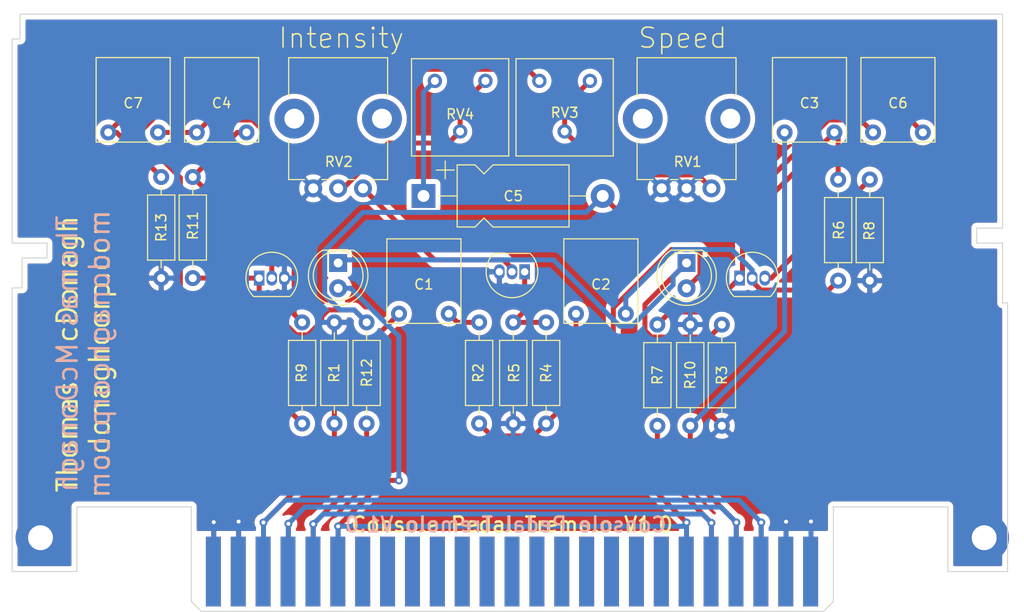
<source format=kicad_pcb>
(kicad_pcb (version 20171130) (host pcbnew "(5.1.7)-1")
  (layers (0 F.Cu signal) (31 B.Cu signal) (34 B.Paste user) (35 F.Paste user) (36 B.SilkS user) (37 F.SilkS user) (38 B.Mask user hide) (39 F.Mask user hide) (44 Edge.Cuts user))
  (net 0 "")
  (net 1 GND)
  (net 2 "Net-(C1-Pad1)")
  (net 3 "Net-(C2-Pad2)")
  (net 4 "Net-(C2-Pad1)")
  (net 5 /LEDPower)
  (net 6 /Input)
  (net 7 /Output)
  (net 8 +9V)
  (net 9 "Net-(D1-Pad1)")
  (net 10 "Net-(C3-Pad1)")
  (net 11 "Net-(Q1-Pad3)")
  (net 12 "Net-(Q2-Pad1)")
  (net 13 "Net-(C4-Pad1)")
  (net 14 "Net-(C4-Pad2)")
  (net 15 "Net-(C5-Pad1)")
  (net 16 "Net-(C5-Pad2)")
  (net 17 "Net-(C6-Pad1)")
  (net 18 "Net-(Q2-Pad2)")
  (net 19 "Net-(R9-Pad2)")
  (net 20 "Net-(RV1-Pad1)")
  (net 21 "Net-(RV2-Pad2)")
  (module LED_THT:LED_D5.0mm (layer F.Cu) (at 115.25 95 270)
    (fp_text reference D1 hide)
    (fp_text value LED)
    (fp_circle (center 1.27 0) (end 3.77 0) (layer F.SilkS) (width 0.12))
    (fp_line (start -1.29 -1.545) (end -1.29 1.545) (layer F.SilkS) (width 0.12))
    (fp_arc (start 1.27 0) (end -1.29 -1.54483) (angle 148.9) (layer F.SilkS) (width 0.12))
    (fp_arc (start 1.27 0) (end -1.29 1.54483) (angle -148.9) (layer F.SilkS) (width 0.12))
    (pad 1 thru_hole rect (at 0 0 270) (size 1.8 1.8) (drill 0.9) (layers *.Cu *.Mask) (net 9 "Net-(D1-Pad1)"))
    (pad 2 thru_hole circle (at 2.54 0 270) (size 1.8 1.8) (drill 0.9) (layers *.Cu *.Mask) (net 5 /LEDPower))
  )
  (module LED_THT:LED_D5.0mm (layer F.Cu) (at 150.25 95 270)
    (fp_text reference D2 hide)
    (fp_text value LED)
    (fp_line (start -1.29 -1.545) (end -1.29 1.545) (layer F.SilkS) (width 0.12))
    (fp_circle (center 1.27 0) (end 3.77 0) (layer F.SilkS) (width 0.12))
    (fp_arc (start 1.27 0) (end -1.29 1.54483) (angle -148.9) (layer F.SilkS) (width 0.12))
    (fp_arc (start 1.27 0) (end -1.29 -1.54483) (angle 148.9) (layer F.SilkS) (width 0.12))
    (pad 2 thru_hole circle (at 2.54 0 270) (size 1.8 1.8) (drill 0.9) (layers *.Cu *.Mask) (net 5 /LEDPower))
    (pad 1 thru_hole rect (at 0 0 270) (size 1.8 1.8) (drill 0.9) (layers *.Cu *.Mask) (net 9 "Net-(D1-Pad1)"))
  )
  (module libraries:N64-Connector (layer F.Cu) (at 132.715 126)
    (fp_text reference J1 hide)
    (fp_text value Conn_02x25_Counter_Clockwise)
    (pad 1 connect rect (at -30 0) (size 1.5 7) (layers F.Cu F.Mask) (net 1 GND))
    (pad 2 connect rect (at -27.5 0) (size 1.5 7) (layers F.Cu F.Mask) (net 1 GND))
    (pad 3 connect rect (at -25 0) (size 1.5 7) (layers F.Cu F.Mask) (net 6 /Input))
    (pad 4 connect rect (at -22.5 0) (size 1.5 7) (layers F.Cu F.Mask) (net 7 /Output))
    (pad 5 connect rect (at -20 0) (size 1.5 7) (layers F.Cu F.Mask) (net 8 +9V))
    (pad 6 connect rect (at -17.5 0) (size 1.5 7) (layers F.Cu F.Mask) (net 5 /LEDPower))
    (pad 7 connect rect (at -15 0) (size 1.5 7) (layers F.Cu F.Mask))
    (pad 8 connect rect (at -12.5 0) (size 1.5 7) (layers F.Cu F.Mask))
    (pad 9 connect rect (at -10 0) (size 1.5 7) (layers F.Cu F.Mask))
    (pad 10 connect rect (at -7.5 0) (size 1.5 7) (layers F.Cu F.Mask))
    (pad 11 connect rect (at -5 0) (size 1.5 7) (layers F.Cu F.Mask))
    (pad 12 connect rect (at -2.5 0) (size 1.5 7) (layers F.Cu F.Mask))
    (pad 13 connect rect (at 0 0) (size 1.5 7) (layers F.Cu F.Mask))
    (pad 14 connect rect (at 2.5 0) (size 1.5 7) (layers F.Cu F.Mask))
    (pad 15 connect rect (at 5 0) (size 1.5 7) (layers F.Cu F.Mask))
    (pad 16 connect rect (at 7.5 0) (size 1.5 7) (layers F.Cu F.Mask))
    (pad 17 connect rect (at 10 0) (size 1.5 7) (layers F.Cu F.Mask))
    (pad 18 connect rect (at 12.5 0) (size 1.5 7) (layers F.Cu F.Mask))
    (pad 19 connect rect (at 15 0) (size 1.5 7) (layers F.Cu F.Mask))
    (pad 20 connect rect (at 17.5 0) (size 1.5 7) (layers F.Cu F.Mask) (net 5 /LEDPower))
    (pad 21 connect rect (at 20 0) (size 1.5 7) (layers F.Cu F.Mask) (net 8 +9V))
    (pad 22 connect rect (at 22.5 0) (size 1.5 7) (layers F.Cu F.Mask) (net 7 /Output))
    (pad 23 connect rect (at 25 0) (size 1.5 7) (layers F.Cu F.Mask) (net 6 /Input))
    (pad 24 connect rect (at 27.5 0) (size 1.5 7) (layers F.Cu F.Mask) (net 1 GND))
    (pad 25 connect rect (at 30 0) (size 1.5 7) (layers F.Cu F.Mask) (net 1 GND))
    (pad 26 connect rect (at -30 0) (size 1.5 7) (layers B.Cu B.Mask) (net 1 GND))
    (pad 27 connect rect (at -27.5 0) (size 1.5 7) (layers B.Cu B.Mask) (net 1 GND))
    (pad 28 connect rect (at -25 0) (size 1.5 7) (layers B.Cu B.Mask) (net 6 /Input))
    (pad 29 connect rect (at -22.5 0) (size 1.5 7) (layers B.Cu B.Mask) (net 7 /Output))
    (pad 30 connect rect (at -20 0) (size 1.5 7) (layers B.Cu B.Mask) (net 8 +9V))
    (pad 31 connect rect (at -17.5 0) (size 1.5 7) (layers B.Cu B.Mask) (net 5 /LEDPower))
    (pad 32 connect rect (at -15 0) (size 1.5 7) (layers B.Cu B.Mask))
    (pad 33 connect rect (at -12.5 0) (size 1.5 7) (layers B.Cu B.Mask))
    (pad 34 connect rect (at -10 0) (size 1.5 7) (layers B.Cu B.Mask))
    (pad 35 connect rect (at -7.5 0) (size 1.5 7) (layers B.Cu B.Mask))
    (pad 36 connect rect (at -5 0) (size 1.5 7) (layers B.Cu B.Mask))
    (pad 37 connect rect (at -2.5 0) (size 1.5 7) (layers B.Cu B.Mask))
    (pad 38 connect rect (at 0 0) (size 1.5 7) (layers B.Cu B.Mask))
    (pad 39 connect rect (at 2.5 0) (size 1.5 7) (layers B.Cu B.Mask))
    (pad 40 connect rect (at 5 0) (size 1.5 7) (layers B.Cu B.Mask))
    (pad 41 connect rect (at 7.5 0) (size 1.5 7) (layers B.Cu B.Mask))
    (pad 42 connect rect (at 10 0) (size 1.5 7) (layers B.Cu B.Mask))
    (pad 43 connect rect (at 12.5 0) (size 1.5 7) (layers B.Cu B.Mask))
    (pad 44 connect rect (at 15 0) (size 1.5 7) (layers B.Cu B.Mask))
    (pad 45 connect rect (at 17.5 0) (size 1.5 7) (layers B.Cu B.Mask) (net 5 /LEDPower))
    (pad 46 connect rect (at 20 0) (size 1.5 7) (layers B.Cu B.Mask) (net 8 +9V))
    (pad 47 connect rect (at 22.5 0) (size 1.5 7) (layers B.Cu B.Mask) (net 7 /Output))
    (pad 48 connect rect (at 25 0) (size 1.5 7) (layers B.Cu B.Mask) (net 6 /Input))
    (pad 49 connect rect (at 27.5 0) (size 1.5 7) (layers B.Cu B.Mask) (net 1 GND))
    (pad 50 connect rect (at 30 0) (size 1.5 7) (layers B.Cu B.Mask) (net 1 GND))
  )
  (module MountingHole:MountingHole_2.5mm_Pad (layer F.Cu) (at 85.35 122.6)
    (fp_text reference H1 hide)
    (fp_text value MountingHole_Pad)
    (pad 1 thru_hole circle (at 0 0) (size 5 5) (drill 2.5) (layers *.Cu *.Mask) (net 1 GND))
  )
  (module MountingHole:MountingHole_2.5mm_Pad (layer F.Cu) (at 180.15 122.6)
    (fp_text reference H2 hide)
    (fp_text value MountingHole_Pad)
    (pad 1 thru_hole circle (at 0 0) (size 5 5) (drill 2.5) (layers *.Cu *.Mask) (net 1 GND))
  )
  (module Resistor_THT:R_Axial_DIN0207_L6.3mm_D2.5mm_P10.16mm_Horizontal (layer F.Cu) (at 153.797 111.3536 90)
    (fp_text reference R3 (at 5.08 0 90) (layer F.SilkS))
    (fp_text value 100K)
    (fp_line (start 1.81 -1.37) (end 1.81 1.37) (layer F.SilkS) (width 0.12))
    (fp_line (start 1.81 1.37) (end 8.35 1.37) (layer F.SilkS) (width 0.12))
    (fp_line (start 8.35 1.37) (end 8.35 -1.37) (layer F.SilkS) (width 0.12))
    (fp_line (start 8.35 -1.37) (end 1.81 -1.37) (layer F.SilkS) (width 0.12))
    (fp_line (start 1.04 0) (end 1.81 0) (layer F.SilkS) (width 0.12))
    (fp_line (start 9.12 0) (end 8.35 0) (layer F.SilkS) (width 0.12))
    (pad 1 thru_hole circle (at 0 0 90) (size 1.6 1.6) (drill 0.8) (layers *.Cu *.Mask) (net 1 GND))
    (pad 2 thru_hole oval (at 10.16 0 90) (size 1.6 1.6) (drill 0.8) (layers *.Cu *.Mask) (net 9 "Net-(D1-Pad1)"))
  )
  (module Capacitor_THT:CP_Axial_L11.0mm_D6.0mm_P18.00mm_Horizontal (layer F.Cu) (at 123.825 88.265)
    (fp_text reference C5 (at 9.019399 0.021399) (layer F.SilkS))
    (fp_text value 10uF)
    (fp_line (start 1.28 -2.6) (end 3.08 -2.6) (layer F.SilkS) (width 0.12))
    (fp_line (start 2.18 -3.5) (end 2.18 -1.7) (layer F.SilkS) (width 0.12))
    (fp_line (start 3.38 -3.12) (end 3.38 3.12) (layer F.SilkS) (width 0.12))
    (fp_line (start 14.62 -3.12) (end 14.62 3.12) (layer F.SilkS) (width 0.12))
    (fp_line (start 3.38 -3.12) (end 5.18 -3.12) (layer F.SilkS) (width 0.12))
    (fp_line (start 5.18 -3.12) (end 6.08 -2.22) (layer F.SilkS) (width 0.12))
    (fp_line (start 6.08 -2.22) (end 6.98 -3.12) (layer F.SilkS) (width 0.12))
    (fp_line (start 6.98 -3.12) (end 14.62 -3.12) (layer F.SilkS) (width 0.12))
    (fp_line (start 3.38 3.12) (end 5.18 3.12) (layer F.SilkS) (width 0.12))
    (fp_line (start 5.18 3.12) (end 6.08 2.22) (layer F.SilkS) (width 0.12))
    (fp_line (start 6.08 2.22) (end 6.98 3.12) (layer F.SilkS) (width 0.12))
    (fp_line (start 6.98 3.12) (end 14.62 3.12) (layer F.SilkS) (width 0.12))
    (fp_line (start 1.44 0) (end 3.38 0) (layer F.SilkS) (width 0.12))
    (fp_line (start 16.56 0) (end 14.62 0) (layer F.SilkS) (width 0.12))
    (pad 1 thru_hole rect (at 0 0) (size 2.4 2.4) (drill 1.2) (layers *.Cu *.Mask) (net 15 "Net-(C5-Pad1)"))
    (pad 2 thru_hole oval (at 18 0) (size 2.4 2.4) (drill 1.2) (layers *.Cu *.Mask) (net 16 "Net-(C5-Pad2)"))
  )
  (module Package_TO_SOT_THT:TO-92_Inline (layer F.Cu) (at 155.575 96.52)
    (fp_text reference Q1 hide)
    (fp_text value BC550)
    (fp_line (start -0.53 1.85) (end 3.07 1.85) (layer F.SilkS) (width 0.12))
    (fp_arc (start 1.27 0) (end 1.27 -2.6) (angle -135) (layer F.SilkS) (width 0.12))
    (fp_arc (start 1.27 0) (end 1.27 -2.6) (angle 135) (layer F.SilkS) (width 0.12))
    (pad 2 thru_hole oval (at 1.27 0) (size 1.05 1.5) (drill 0.75) (layers *.Cu *.Mask) (net 4 "Net-(C2-Pad1)"))
    (pad 3 thru_hole oval (at 2.54 0) (size 1.05 1.5) (drill 0.75) (layers *.Cu *.Mask) (net 11 "Net-(Q1-Pad3)"))
    (pad 1 thru_hole rect (at 0 0) (size 1.05 1.5) (drill 0.75) (layers *.Cu *.Mask) (net 10 "Net-(C3-Pad1)"))
  )
  (module Package_TO_SOT_THT:TO-92_Inline (layer F.Cu) (at 133.985 95.885 180)
    (fp_text reference Q2 hide)
    (fp_text value BC550)
    (fp_line (start -0.53 1.85) (end 3.07 1.85) (layer F.SilkS) (width 0.12))
    (fp_arc (start 1.27 0) (end 1.27 -2.6) (angle -135) (layer F.SilkS) (width 0.12))
    (fp_arc (start 1.27 0) (end 1.27 -2.6) (angle 135) (layer F.SilkS) (width 0.12))
    (pad 2 thru_hole oval (at 1.27 0 180) (size 1.05 1.5) (drill 0.75) (layers *.Cu *.Mask) (net 18 "Net-(Q2-Pad2)"))
    (pad 3 thru_hole oval (at 2.54 0 180) (size 1.05 1.5) (drill 0.75) (layers *.Cu *.Mask) (net 1 GND))
    (pad 1 thru_hole rect (at 0 0 180) (size 1.05 1.5) (drill 0.75) (layers *.Cu *.Mask) (net 12 "Net-(Q2-Pad1)"))
  )
  (module Package_TO_SOT_THT:TO-92_Inline (layer F.Cu) (at 107.315 96.52)
    (fp_text reference Q3 hide)
    (fp_text value BC550)
    (fp_line (start -0.53 1.85) (end 3.07 1.85) (layer F.SilkS) (width 0.12))
    (fp_arc (start 1.27 0) (end 1.27 -2.6) (angle 135) (layer F.SilkS) (width 0.12))
    (fp_arc (start 1.27 0) (end 1.27 -2.6) (angle -135) (layer F.SilkS) (width 0.12))
    (pad 1 thru_hole rect (at 0 0) (size 1.05 1.5) (drill 0.75) (layers *.Cu *.Mask) (net 16 "Net-(C5-Pad2)"))
    (pad 3 thru_hole oval (at 2.54 0) (size 1.05 1.5) (drill 0.75) (layers *.Cu *.Mask) (net 1 GND))
    (pad 2 thru_hole oval (at 1.27 0) (size 1.05 1.5) (drill 0.75) (layers *.Cu *.Mask) (net 13 "Net-(C4-Pad1)"))
  )
  (module Resistor_THT:R_Axial_DIN0207_L6.3mm_D2.5mm_P10.16mm_Horizontal (layer F.Cu) (at 114.8715 111.125 90)
    (fp_text reference R1 (at 5.08 -0.021801 90) (layer F.SilkS))
    (fp_text value 1M)
    (fp_line (start 9.12 0) (end 8.35 0) (layer F.SilkS) (width 0.12))
    (fp_line (start 1.04 0) (end 1.81 0) (layer F.SilkS) (width 0.12))
    (fp_line (start 8.35 -1.37) (end 1.81 -1.37) (layer F.SilkS) (width 0.12))
    (fp_line (start 8.35 1.37) (end 8.35 -1.37) (layer F.SilkS) (width 0.12))
    (fp_line (start 1.81 1.37) (end 8.35 1.37) (layer F.SilkS) (width 0.12))
    (fp_line (start 1.81 -1.37) (end 1.81 1.37) (layer F.SilkS) (width 0.12))
    (pad 2 thru_hole oval (at 10.16 0 90) (size 1.6 1.6) (drill 0.8) (layers *.Cu *.Mask) (net 1 GND))
    (pad 1 thru_hole circle (at 0 0 90) (size 1.6 1.6) (drill 0.8) (layers *.Cu *.Mask) (net 6 /Input))
  )
  (module Resistor_THT:R_Axial_DIN0207_L6.3mm_D2.5mm_P10.16mm_Horizontal (layer F.Cu) (at 129.413 111.125 90)
    (fp_text reference R2 (at 5.08 -0.084001 90) (layer F.SilkS))
    (fp_text value 100K)
    (fp_line (start 9.12 0) (end 8.35 0) (layer F.SilkS) (width 0.12))
    (fp_line (start 1.04 0) (end 1.81 0) (layer F.SilkS) (width 0.12))
    (fp_line (start 8.35 -1.37) (end 1.81 -1.37) (layer F.SilkS) (width 0.12))
    (fp_line (start 8.35 1.37) (end 8.35 -1.37) (layer F.SilkS) (width 0.12))
    (fp_line (start 1.81 1.37) (end 8.35 1.37) (layer F.SilkS) (width 0.12))
    (fp_line (start 1.81 -1.37) (end 1.81 1.37) (layer F.SilkS) (width 0.12))
    (pad 2 thru_hole oval (at 10.16 0 90) (size 1.6 1.6) (drill 0.8) (layers *.Cu *.Mask) (net 2 "Net-(C1-Pad1)"))
    (pad 1 thru_hole circle (at 0 0 90) (size 1.6 1.6) (drill 0.8) (layers *.Cu *.Mask) (net 3 "Net-(C2-Pad2)"))
  )
  (module Resistor_THT:R_Axial_DIN0207_L6.3mm_D2.5mm_P10.16mm_Horizontal (layer F.Cu) (at 136.144 111.125 90)
    (fp_text reference R4 (at 5.071399 0.006199 90) (layer F.SilkS))
    (fp_text value 4.7K)
    (fp_line (start 1.81 -1.37) (end 1.81 1.37) (layer F.SilkS) (width 0.12))
    (fp_line (start 1.81 1.37) (end 8.35 1.37) (layer F.SilkS) (width 0.12))
    (fp_line (start 8.35 1.37) (end 8.35 -1.37) (layer F.SilkS) (width 0.12))
    (fp_line (start 8.35 -1.37) (end 1.81 -1.37) (layer F.SilkS) (width 0.12))
    (fp_line (start 1.04 0) (end 1.81 0) (layer F.SilkS) (width 0.12))
    (fp_line (start 9.12 0) (end 8.35 0) (layer F.SilkS) (width 0.12))
    (pad 1 thru_hole circle (at 0 0 90) (size 1.6 1.6) (drill 0.8) (layers *.Cu *.Mask) (net 3 "Net-(C2-Pad2)"))
    (pad 2 thru_hole oval (at 10.16 0 90) (size 1.6 1.6) (drill 0.8) (layers *.Cu *.Mask) (net 12 "Net-(Q2-Pad1)"))
  )
  (module Resistor_THT:R_Axial_DIN0207_L6.3mm_D2.5mm_P10.16mm_Horizontal (layer F.Cu) (at 132.842 100.965 270)
    (fp_text reference R5 (at 5.08 -0.084001 90) (layer F.SilkS))
    (fp_text value 100K)
    (fp_line (start 9.12 0) (end 8.35 0) (layer F.SilkS) (width 0.12))
    (fp_line (start 1.04 0) (end 1.81 0) (layer F.SilkS) (width 0.12))
    (fp_line (start 8.35 -1.37) (end 1.81 -1.37) (layer F.SilkS) (width 0.12))
    (fp_line (start 8.35 1.37) (end 8.35 -1.37) (layer F.SilkS) (width 0.12))
    (fp_line (start 1.81 1.37) (end 8.35 1.37) (layer F.SilkS) (width 0.12))
    (fp_line (start 1.81 -1.37) (end 1.81 1.37) (layer F.SilkS) (width 0.12))
    (pad 2 thru_hole oval (at 10.16 0 270) (size 1.6 1.6) (drill 0.8) (layers *.Cu *.Mask) (net 1 GND))
    (pad 1 thru_hole circle (at 0 0 270) (size 1.6 1.6) (drill 0.8) (layers *.Cu *.Mask) (net 12 "Net-(Q2-Pad1)"))
  )
  (module Resistor_THT:R_Axial_DIN0207_L6.3mm_D2.5mm_P10.16mm_Horizontal (layer F.Cu) (at 165.481 86.614 270)
    (fp_text reference R6 (at 5.08 -0.070001 90) (layer F.SilkS))
    (fp_text value 330K)
    (fp_line (start 1.81 -1.37) (end 1.81 1.37) (layer F.SilkS) (width 0.12))
    (fp_line (start 1.81 1.37) (end 8.35 1.37) (layer F.SilkS) (width 0.12))
    (fp_line (start 8.35 1.37) (end 8.35 -1.37) (layer F.SilkS) (width 0.12))
    (fp_line (start 8.35 -1.37) (end 1.81 -1.37) (layer F.SilkS) (width 0.12))
    (fp_line (start 1.04 0) (end 1.81 0) (layer F.SilkS) (width 0.12))
    (fp_line (start 9.12 0) (end 8.35 0) (layer F.SilkS) (width 0.12))
    (pad 1 thru_hole circle (at 0 0 270) (size 1.6 1.6) (drill 0.8) (layers *.Cu *.Mask) (net 10 "Net-(C3-Pad1)"))
    (pad 2 thru_hole oval (at 10.16 0 270) (size 1.6 1.6) (drill 0.8) (layers *.Cu *.Mask) (net 4 "Net-(C2-Pad1)"))
  )
  (module Resistor_THT:R_Axial_DIN0207_L6.3mm_D2.5mm_P10.16mm_Horizontal (layer F.Cu) (at 147.32 111.350001 90)
    (fp_text reference R7 (at 5.08 0.003599 90) (layer F.SilkS))
    (fp_text value 15K)
    (fp_line (start 9.12 0) (end 8.35 0) (layer F.SilkS) (width 0.12))
    (fp_line (start 1.04 0) (end 1.81 0) (layer F.SilkS) (width 0.12))
    (fp_line (start 8.35 -1.37) (end 1.81 -1.37) (layer F.SilkS) (width 0.12))
    (fp_line (start 8.35 1.37) (end 8.35 -1.37) (layer F.SilkS) (width 0.12))
    (fp_line (start 1.81 1.37) (end 8.35 1.37) (layer F.SilkS) (width 0.12))
    (fp_line (start 1.81 -1.37) (end 1.81 1.37) (layer F.SilkS) (width 0.12))
    (pad 2 thru_hole oval (at 10.16 0 90) (size 1.6 1.6) (drill 0.8) (layers *.Cu *.Mask) (net 10 "Net-(C3-Pad1)"))
    (pad 1 thru_hole circle (at 0 0 90) (size 1.6 1.6) (drill 0.8) (layers *.Cu *.Mask) (net 8 +9V))
  )
  (module Resistor_THT:R_Axial_DIN0207_L6.3mm_D2.5mm_P10.16mm_Horizontal (layer F.Cu) (at 168.656 86.614 270)
    (fp_text reference R8 (at 5.155999 0.043999 90) (layer F.SilkS))
    (fp_text value 15K)
    (fp_line (start 1.81 -1.37) (end 1.81 1.37) (layer F.SilkS) (width 0.12))
    (fp_line (start 1.81 1.37) (end 8.35 1.37) (layer F.SilkS) (width 0.12))
    (fp_line (start 8.35 1.37) (end 8.35 -1.37) (layer F.SilkS) (width 0.12))
    (fp_line (start 8.35 -1.37) (end 1.81 -1.37) (layer F.SilkS) (width 0.12))
    (fp_line (start 1.04 0) (end 1.81 0) (layer F.SilkS) (width 0.12))
    (fp_line (start 9.12 0) (end 8.35 0) (layer F.SilkS) (width 0.12))
    (pad 1 thru_hole circle (at 0 0 270) (size 1.6 1.6) (drill 0.8) (layers *.Cu *.Mask) (net 11 "Net-(Q1-Pad3)"))
    (pad 2 thru_hole oval (at 10.16 0 270) (size 1.6 1.6) (drill 0.8) (layers *.Cu *.Mask) (net 1 GND))
  )
  (module Resistor_THT:R_Axial_DIN0207_L6.3mm_D2.5mm_P10.16mm_Horizontal (layer F.Cu) (at 111.633 100.965 270)
    (fp_text reference R9 (at 5.08 0.057999 90) (layer F.SilkS))
    (fp_text value 5.6K)
    (fp_line (start 1.81 -1.37) (end 1.81 1.37) (layer F.SilkS) (width 0.12))
    (fp_line (start 1.81 1.37) (end 8.35 1.37) (layer F.SilkS) (width 0.12))
    (fp_line (start 8.35 1.37) (end 8.35 -1.37) (layer F.SilkS) (width 0.12))
    (fp_line (start 8.35 -1.37) (end 1.81 -1.37) (layer F.SilkS) (width 0.12))
    (fp_line (start 1.04 0) (end 1.81 0) (layer F.SilkS) (width 0.12))
    (fp_line (start 9.12 0) (end 8.35 0) (layer F.SilkS) (width 0.12))
    (pad 1 thru_hole circle (at 0 0 270) (size 1.6 1.6) (drill 0.8) (layers *.Cu *.Mask) (net 14 "Net-(C4-Pad2)"))
    (pad 2 thru_hole oval (at 10.16 0 270) (size 1.6 1.6) (drill 0.8) (layers *.Cu *.Mask) (net 19 "Net-(R9-Pad2)"))
  )
  (module Resistor_THT:R_Axial_DIN0207_L6.3mm_D2.5mm_P10.16mm_Horizontal (layer F.Cu) (at 150.622 111.3409 90)
    (fp_text reference R10 (at 5.094599 -0.007801 90) (layer F.SilkS))
    (fp_text value 1M)
    (fp_line (start 1.81 -1.37) (end 1.81 1.37) (layer F.SilkS) (width 0.12))
    (fp_line (start 1.81 1.37) (end 8.35 1.37) (layer F.SilkS) (width 0.12))
    (fp_line (start 8.35 1.37) (end 8.35 -1.37) (layer F.SilkS) (width 0.12))
    (fp_line (start 8.35 -1.37) (end 1.81 -1.37) (layer F.SilkS) (width 0.12))
    (fp_line (start 1.04 0) (end 1.81 0) (layer F.SilkS) (width 0.12))
    (fp_line (start 9.12 0) (end 8.35 0) (layer F.SilkS) (width 0.12))
    (pad 1 thru_hole circle (at 0 0 90) (size 1.6 1.6) (drill 0.8) (layers *.Cu *.Mask) (net 7 /Output))
    (pad 2 thru_hole oval (at 10.16 0 90) (size 1.6 1.6) (drill 0.8) (layers *.Cu *.Mask) (net 1 GND))
  )
  (module Resistor_THT:R_Axial_DIN0207_L6.3mm_D2.5mm_P10.16mm_Horizontal (layer F.Cu) (at 100.6475 96.52 90)
    (fp_text reference R11 (at 5.274999 0.006199 90) (layer F.SilkS))
    (fp_text value 3M)
    (fp_line (start 9.12 0) (end 8.35 0) (layer F.SilkS) (width 0.12))
    (fp_line (start 1.04 0) (end 1.81 0) (layer F.SilkS) (width 0.12))
    (fp_line (start 8.35 -1.37) (end 1.81 -1.37) (layer F.SilkS) (width 0.12))
    (fp_line (start 8.35 1.37) (end 8.35 -1.37) (layer F.SilkS) (width 0.12))
    (fp_line (start 1.81 1.37) (end 8.35 1.37) (layer F.SilkS) (width 0.12))
    (fp_line (start 1.81 -1.37) (end 1.81 1.37) (layer F.SilkS) (width 0.12))
    (pad 2 thru_hole oval (at 10.16 0 90) (size 1.6 1.6) (drill 0.8) (layers *.Cu *.Mask) (net 13 "Net-(C4-Pad1)"))
    (pad 1 thru_hole circle (at 0 0 90) (size 1.6 1.6) (drill 0.8) (layers *.Cu *.Mask) (net 16 "Net-(C5-Pad2)"))
  )
  (module Resistor_THT:R_Axial_DIN0207_L6.3mm_D2.5mm_P10.16mm_Horizontal (layer F.Cu) (at 118.11 111.125 90)
    (fp_text reference R12 (at 5.095999 0.017599 90) (layer F.SilkS))
    (fp_text value 100K)
    (fp_line (start 9.12 0) (end 8.35 0) (layer F.SilkS) (width 0.12))
    (fp_line (start 1.04 0) (end 1.81 0) (layer F.SilkS) (width 0.12))
    (fp_line (start 8.35 -1.37) (end 1.81 -1.37) (layer F.SilkS) (width 0.12))
    (fp_line (start 8.35 1.37) (end 8.35 -1.37) (layer F.SilkS) (width 0.12))
    (fp_line (start 1.81 1.37) (end 8.35 1.37) (layer F.SilkS) (width 0.12))
    (fp_line (start 1.81 -1.37) (end 1.81 1.37) (layer F.SilkS) (width 0.12))
    (pad 2 thru_hole oval (at 10.16 0 90) (size 1.6 1.6) (drill 0.8) (layers *.Cu *.Mask) (net 16 "Net-(C5-Pad2)"))
    (pad 1 thru_hole circle (at 0 0 90) (size 1.6 1.6) (drill 0.8) (layers *.Cu *.Mask) (net 8 +9V))
  )
  (module Resistor_THT:R_Axial_DIN0207_L6.3mm_D2.5mm_P10.16mm_Horizontal (layer F.Cu) (at 97.4725 86.36 270)
    (fp_text reference R13 (at 5.08 -0.005201 90) (layer F.SilkS))
    (fp_text value 100K)
    (fp_line (start 1.81 -1.37) (end 1.81 1.37) (layer F.SilkS) (width 0.12))
    (fp_line (start 1.81 1.37) (end 8.35 1.37) (layer F.SilkS) (width 0.12))
    (fp_line (start 8.35 1.37) (end 8.35 -1.37) (layer F.SilkS) (width 0.12))
    (fp_line (start 8.35 -1.37) (end 1.81 -1.37) (layer F.SilkS) (width 0.12))
    (fp_line (start 1.04 0) (end 1.81 0) (layer F.SilkS) (width 0.12))
    (fp_line (start 9.12 0) (end 8.35 0) (layer F.SilkS) (width 0.12))
    (pad 1 thru_hole circle (at 0 0 270) (size 1.6 1.6) (drill 0.8) (layers *.Cu *.Mask) (net 17 "Net-(C6-Pad1)"))
    (pad 2 thru_hole oval (at 10.16 0 270) (size 1.6 1.6) (drill 0.8) (layers *.Cu *.Mask) (net 1 GND))
  )
  (module Potentiometer_THT:Potentiometer_Bourns_PTV09A-1_Single_Vertical (layer F.Cu) (at 152.75 87.5 90)
    (fp_text reference RV1 (at 2.664 -2.382 180) (layer F.SilkS))
    (fp_text value 250K)
    (fp_line (start 0.88 -7.47) (end 4.745 -7.47) (layer F.SilkS) (width 0.12))
    (fp_line (start 9.255 -7.47) (end 13.12 -7.47) (layer F.SilkS) (width 0.12))
    (fp_line (start 0.88 2.47) (end 4.745 2.47) (layer F.SilkS) (width 0.12))
    (fp_line (start 9.255 2.47) (end 13.12 2.47) (layer F.SilkS) (width 0.12))
    (fp_line (start 0.88 -7.47) (end 0.88 -5.871) (layer F.SilkS) (width 0.12))
    (fp_line (start 0.88 -4.129) (end 0.88 -3.37) (layer F.SilkS) (width 0.12))
    (fp_line (start 0.88 -1.629) (end 0.88 -0.87) (layer F.SilkS) (width 0.12))
    (fp_line (start 0.88 0.87) (end 0.88 2.47) (layer F.SilkS) (width 0.12))
    (fp_line (start 13.12 -7.47) (end 13.12 2.47) (layer F.SilkS) (width 0.12))
    (pad 3 thru_hole circle (at 0 -5 90) (size 1.8 1.8) (drill 1) (layers *.Cu *.Mask) (net 1 GND))
    (pad 2 thru_hole circle (at 0 -2.5 90) (size 1.8 1.8) (drill 1) (layers *.Cu *.Mask) (net 1 GND))
    (pad 1 thru_hole circle (at 0 0 90) (size 1.8 1.8) (drill 1) (layers *.Cu *.Mask) (net 20 "Net-(RV1-Pad1)"))
    (pad "" np_thru_hole circle (at 7 -6.9 90) (size 4 4) (drill 2) (layers *.Cu *.Mask))
    (pad "" np_thru_hole circle (at 7 1.9 90) (size 4 4) (drill 2) (layers *.Cu *.Mask))
  )
  (module Potentiometer_THT:Potentiometer_Bourns_PTV09A-1_Single_Vertical (layer F.Cu) (at 117.75 87.5 90)
    (fp_text reference RV2 (at 2.664 -2.434 180) (layer F.SilkS))
    (fp_text value 1M)
    (fp_line (start 13.12 -7.47) (end 13.12 2.47) (layer F.SilkS) (width 0.12))
    (fp_line (start 0.88 0.87) (end 0.88 2.47) (layer F.SilkS) (width 0.12))
    (fp_line (start 0.88 -1.629) (end 0.88 -0.87) (layer F.SilkS) (width 0.12))
    (fp_line (start 0.88 -4.129) (end 0.88 -3.37) (layer F.SilkS) (width 0.12))
    (fp_line (start 0.88 -7.47) (end 0.88 -5.871) (layer F.SilkS) (width 0.12))
    (fp_line (start 9.255 2.47) (end 13.12 2.47) (layer F.SilkS) (width 0.12))
    (fp_line (start 0.88 2.47) (end 4.745 2.47) (layer F.SilkS) (width 0.12))
    (fp_line (start 9.255 -7.47) (end 13.12 -7.47) (layer F.SilkS) (width 0.12))
    (fp_line (start 0.88 -7.47) (end 4.745 -7.47) (layer F.SilkS) (width 0.12))
    (pad "" np_thru_hole circle (at 7 1.9 90) (size 4 4) (drill 2) (layers *.Cu *.Mask))
    (pad "" np_thru_hole circle (at 7 -6.9 90) (size 4 4) (drill 2) (layers *.Cu *.Mask))
    (pad 1 thru_hole circle (at 0 0 90) (size 1.8 1.8) (drill 1) (layers *.Cu *.Mask) (net 18 "Net-(Q2-Pad2)"))
    (pad 2 thru_hole circle (at 0 -2.5 90) (size 1.8 1.8) (drill 1) (layers *.Cu *.Mask) (net 21 "Net-(RV2-Pad2)"))
    (pad 3 thru_hole circle (at 0 -5 90) (size 1.8 1.8) (drill 1) (layers *.Cu *.Mask) (net 1 GND))
  )
  (module Potentiometer_THT:Potentiometer_Bourns_3386F_Vertical (layer F.Cu) (at 135.465 76.708 270)
    (fp_text reference RV3 (at 3.191799 -2.539999 180) (layer F.SilkS))
    (fp_text value 50K)
    (fp_line (start -2.23 -7.425) (end 7.54 -7.425) (layer F.SilkS) (width 0.12))
    (fp_line (start -2.23 2.345) (end 7.54 2.345) (layer F.SilkS) (width 0.12))
    (fp_line (start -2.23 -7.425) (end -2.23 2.345) (layer F.SilkS) (width 0.12))
    (fp_line (start 7.54 -7.425) (end 7.54 2.345) (layer F.SilkS) (width 0.12))
    (pad 3 thru_hole circle (at 0 -5.08 270) (size 1.44 1.44) (drill 0.8) (layers *.Cu *.Mask) (net 20 "Net-(RV1-Pad1)"))
    (pad 2 thru_hole circle (at 5.08 -2.54 270) (size 1.44 1.44) (drill 0.8) (layers *.Cu *.Mask) (net 20 "Net-(RV1-Pad1)"))
    (pad 1 thru_hole circle (at 0 0 270) (size 1.44 1.44) (drill 0.8) (layers *.Cu *.Mask) (net 19 "Net-(R9-Pad2)"))
  )
  (module Potentiometer_THT:Potentiometer_Bourns_3386F_Vertical (layer F.Cu) (at 124.965 76.708 270)
    (fp_text reference RV4 (at 3.3528 -2.54 180) (layer F.SilkS))
    (fp_text value 500K)
    (fp_line (start 7.54 -7.425) (end 7.54 2.345) (layer F.SilkS) (width 0.12))
    (fp_line (start -2.23 -7.425) (end -2.23 2.345) (layer F.SilkS) (width 0.12))
    (fp_line (start -2.23 2.345) (end 7.54 2.345) (layer F.SilkS) (width 0.12))
    (fp_line (start -2.23 -7.425) (end 7.54 -7.425) (layer F.SilkS) (width 0.12))
    (pad 1 thru_hole circle (at 0 0 270) (size 1.44 1.44) (drill 0.8) (layers *.Cu *.Mask) (net 15 "Net-(C5-Pad1)"))
    (pad 2 thru_hole circle (at 5.08 -2.54 270) (size 1.44 1.44) (drill 0.8) (layers *.Cu *.Mask) (net 21 "Net-(RV2-Pad2)"))
    (pad 3 thru_hole circle (at 0 -5.08 270) (size 1.44 1.44) (drill 0.8) (layers *.Cu *.Mask) (net 21 "Net-(RV2-Pad2)"))
  )
  (module libraries:C_Flat_L7.2_H6.5 (layer F.Cu) (at 126.365 99.695 180)
    (fp_text reference C1 (at 2.5 2.54) (layer F.SilkS))
    (fp_text value 0.1uF)
    (fp_line (start -1.22 -1.37) (end 6.22 -1.37) (layer F.SilkS) (width 0.12))
    (fp_line (start -1.22 7.12) (end 6.22 7.12) (layer F.SilkS) (width 0.12))
    (fp_line (start -1.22 -1.37) (end -1.22 7.12) (layer F.SilkS) (width 0.12))
    (fp_line (start 6.22 -1.37) (end 6.22 7.12) (layer F.SilkS) (width 0.12))
    (pad 1 thru_hole circle (at 0 -0.4 180) (size 1.6 1.6) (drill 0.8) (layers *.Cu *.Mask) (net 2 "Net-(C1-Pad1)"))
    (pad 2 thru_hole circle (at 5 -0.4 180) (size 1.6 1.6) (drill 0.8) (layers *.Cu *.Mask) (net 6 /Input))
  )
  (module libraries:C_Flat_L7.2_H6.5 (layer F.Cu) (at 144.145 99.695 180)
    (fp_text reference C2 (at 2.5 2.54) (layer F.SilkS))
    (fp_text value 0.1uF)
    (fp_line (start -1.22 -1.37) (end 6.22 -1.37) (layer F.SilkS) (width 0.12))
    (fp_line (start -1.22 7.12) (end 6.22 7.12) (layer F.SilkS) (width 0.12))
    (fp_line (start -1.22 -1.37) (end -1.22 7.12) (layer F.SilkS) (width 0.12))
    (fp_line (start 6.22 -1.37) (end 6.22 7.12) (layer F.SilkS) (width 0.12))
    (pad 1 thru_hole circle (at 0 -0.4 180) (size 1.6 1.6) (drill 0.8) (layers *.Cu *.Mask) (net 4 "Net-(C2-Pad1)"))
    (pad 2 thru_hole circle (at 5 -0.4 180) (size 1.6 1.6) (drill 0.8) (layers *.Cu *.Mask) (net 3 "Net-(C2-Pad2)"))
  )
  (module libraries:C_Flat_L7.2_H6.5 (layer F.Cu) (at 165.1 81.4832 180)
    (fp_text reference C3 (at 2.5 2.54) (layer F.SilkS))
    (fp_text value 0.1uF)
    (fp_line (start 6.22 -1.37) (end 6.22 7.12) (layer F.SilkS) (width 0.12))
    (fp_line (start -1.22 -1.37) (end -1.22 7.12) (layer F.SilkS) (width 0.12))
    (fp_line (start -1.22 7.12) (end 6.22 7.12) (layer F.SilkS) (width 0.12))
    (fp_line (start -1.22 -1.37) (end 6.22 -1.37) (layer F.SilkS) (width 0.12))
    (pad 2 thru_hole circle (at 5 -0.4 180) (size 1.6 1.6) (drill 0.8) (layers *.Cu *.Mask) (net 7 /Output))
    (pad 1 thru_hole circle (at 0 -0.4 180) (size 1.6 1.6) (drill 0.8) (layers *.Cu *.Mask) (net 10 "Net-(C3-Pad1)"))
  )
  (module libraries:C_Flat_L7.2_H6.5 (layer F.Cu) (at 106.045 81.4832 180)
    (fp_text reference C4 (at 2.5 2.54) (layer F.SilkS))
    (fp_text value 0.22uF)
    (fp_line (start 6.22 -1.37) (end 6.22 7.12) (layer F.SilkS) (width 0.12))
    (fp_line (start -1.22 -1.37) (end -1.22 7.12) (layer F.SilkS) (width 0.12))
    (fp_line (start -1.22 7.12) (end 6.22 7.12) (layer F.SilkS) (width 0.12))
    (fp_line (start -1.22 -1.37) (end 6.22 -1.37) (layer F.SilkS) (width 0.12))
    (pad 2 thru_hole circle (at 5 -0.4 180) (size 1.6 1.6) (drill 0.8) (layers *.Cu *.Mask) (net 14 "Net-(C4-Pad2)"))
    (pad 1 thru_hole circle (at 0 -0.4 180) (size 1.6 1.6) (drill 0.8) (layers *.Cu *.Mask) (net 13 "Net-(C4-Pad1)"))
  )
  (module libraries:C_Flat_L7.2_H6.5 (layer F.Cu) (at 173.99 81.4832 180)
    (fp_text reference C6 (at 2.5 2.54) (layer F.SilkS))
    (fp_text value 0.22uF)
    (fp_line (start -1.22 -1.37) (end 6.22 -1.37) (layer F.SilkS) (width 0.12))
    (fp_line (start -1.22 7.12) (end 6.22 7.12) (layer F.SilkS) (width 0.12))
    (fp_line (start -1.22 -1.37) (end -1.22 7.12) (layer F.SilkS) (width 0.12))
    (fp_line (start 6.22 -1.37) (end 6.22 7.12) (layer F.SilkS) (width 0.12))
    (pad 1 thru_hole circle (at 0 -0.4 180) (size 1.6 1.6) (drill 0.8) (layers *.Cu *.Mask) (net 17 "Net-(C6-Pad1)"))
    (pad 2 thru_hole circle (at 5 -0.4 180) (size 1.6 1.6) (drill 0.8) (layers *.Cu *.Mask) (net 16 "Net-(C5-Pad2)"))
  )
  (module libraries:C_Flat_L7.2_H6.5 (layer F.Cu) (at 97.155 81.4832 180)
    (fp_text reference C7 (at 2.5 2.54) (layer F.SilkS))
    (fp_text value 0.22uF)
    (fp_line (start 6.22 -1.37) (end 6.22 7.12) (layer F.SilkS) (width 0.12))
    (fp_line (start -1.22 -1.37) (end -1.22 7.12) (layer F.SilkS) (width 0.12))
    (fp_line (start -1.22 7.12) (end 6.22 7.12) (layer F.SilkS) (width 0.12))
    (fp_line (start -1.22 -1.37) (end 6.22 -1.37) (layer F.SilkS) (width 0.12))
    (pad 2 thru_hole circle (at 5 -0.4 180) (size 1.6 1.6) (drill 0.8) (layers *.Cu *.Mask) (net 17 "Net-(C6-Pad1)"))
    (pad 1 thru_hole circle (at 0 -0.4 180) (size 1.6 1.6) (drill 0.8) (layers *.Cu *.Mask) (net 14 "Net-(C4-Pad2)"))
  )
  (gr_text Speed (at 149.86 72.39) (layer F.SilkS) (effects (font (size 2 2))))
  (gr_text Intensity (at 115.57 72.39) (layer F.SilkS) (effects (font (size 2 2))))
  (gr_line (start 182 70) (end 83.3 70) (layer Edge.Cuts) (width 0.1))
  (gr_line (start 182 70) (end 182 91.5) (layer Edge.Cuts) (width 0.1))
  (gr_line (start 182 91.5) (end 179.4 91.5) (layer Edge.Cuts) (width 0.1))
  (gr_line (start 179.4 93) (end 179.4 91.5) (layer Edge.Cuts) (width 0.1))
  (gr_line (start 182 93) (end 179.4 93) (layer Edge.Cuts) (width 0.1))
  (gr_line (start 83.3 72.5) (end 83.3 70) (layer Edge.Cuts) (width 0.1))
  (gr_line (start 82.5 72.5) (end 83.3 72.5) (layer Edge.Cuts) (width 0.1))
  (gr_line (start 82.5 93) (end 82.5 72.5) (layer Edge.Cuts) (width 0.1))
  (gr_line (start 86 93) (end 82.5 93) (layer Edge.Cuts) (width 0.1))
  (gr_text "Console Pedal Tremolo V1.0" (at 132.08 121.285) (layer B.SilkS) (effects (font (size 1.5 1.5) (thickness 0.25)) (justify mirror)))
  (gr_text "Console Pedal Tremolo V1.0" (at 132.715 121.285) (layer F.SilkS) (effects (font (size 1.5 1.5) (thickness 0.25))))
  (gr_text "Thomas McDonagh\nmcdonaghcorp.com" (at 89.662 104.14 90) (layer B.SilkS) (effects (font (size 2 2) (thickness 0.25)) (justify mirror)))
  (gr_text "Thomas McDonagh\nmcdonaghcorp.com" (at 89.662 104.14 90) (layer F.SilkS) (effects (font (size 2 2) (thickness 0.25))))
  (gr_line (start 182 93) (end 182 99) (layer Edge.Cuts) (width 0.1))
  (gr_line (start 182.5 99) (end 182 99) (layer Edge.Cuts) (width 0.1))
  (gr_line (start 182.5 126) (end 182.5 99) (layer Edge.Cuts) (width 0.1))
  (gr_line (start 182.5 126) (end 176.5 126) (layer Edge.Cuts) (width 0.1))
  (gr_line (start 176.5 119.5) (end 176.5 126) (layer Edge.Cuts) (width 0.1))
  (gr_line (start 176.5 119.5) (end 165 119.5) (layer Edge.Cuts) (width 0.1))
  (gr_line (start 165 129) (end 165 119.5) (layer Edge.Cuts) (width 0.1))
  (gr_line (start 165 129) (end 164 130) (layer Edge.Cuts) (width 0.1))
  (gr_line (start 86 94.5) (end 86 93) (layer Edge.Cuts) (width 0.1))
  (gr_line (start 83.5 94.5) (end 86 94.5) (layer Edge.Cuts) (width 0.1))
  (gr_line (start 83.5 97.5) (end 83.5 94.5) (layer Edge.Cuts) (width 0.1))
  (gr_line (start 82.5 97.5) (end 83.5 97.5) (layer Edge.Cuts) (width 0.1))
  (gr_line (start 82.5 126) (end 82.5 97.5) (layer Edge.Cuts) (width 0.1))
  (gr_line (start 89 126) (end 82.5 126) (layer Edge.Cuts) (width 0.1))
  (gr_line (start 89 119.5) (end 89 126) (layer Edge.Cuts) (width 0.1))
  (gr_line (start 100.5 119.5) (end 89 119.5) (layer Edge.Cuts) (width 0.1))
  (gr_line (start 100.5 129) (end 100.5 119.5) (layer Edge.Cuts) (width 0.1))
  (gr_line (start 100.5 129) (end 101.5 130) (layer Edge.Cuts) (width 0.1))
  (gr_line (start 164 130) (end 101.5 130) (layer Edge.Cuts) (width 0.1))
  (segment (start 105.25 126) (end 105.25 120.979) (width 0.5) (layer F.Cu) (net 1))
  (via (at 105.25 120.979) (size 0.8) (drill 0.4) (layers F.Cu B.Cu) (net 1))
  (segment (start 105.25 126) (end 105.25 120.979) (width 0.5) (layer B.Cu) (net 1))
  (segment (start 160.25 126) (end 160.25 120.988) (width 0.5) (layer F.Cu) (net 1))
  (via (at 160.25 120.988) (size 0.8) (drill 0.4) (layers F.Cu B.Cu) (net 1))
  (segment (start 160.25 126) (end 160.25 120.988) (width 0.5) (layer B.Cu) (net 1))
  (segment (start 157.384969 118.122969) (end 160.25 120.988) (width 0.5) (layer B.Cu) (net 1))
  (segment (start 108.106031 118.122969) (end 157.384969 118.122969) (width 0.5) (layer B.Cu) (net 1))
  (segment (start 105.25 120.979) (end 108.106031 118.122969) (width 0.5) (layer B.Cu) (net 1))
  (segment (start 102.75 126) (end 102.75 121.038) (width 0.5) (layer F.Cu) (net 1))
  (via (at 102.75 121.038) (size 0.8) (drill 0.4) (layers F.Cu B.Cu) (net 1))
  (segment (start 102.75 126) (end 102.75 121.038) (width 0.5) (layer B.Cu) (net 1))
  (segment (start 162.75 126) (end 162.75 120.967) (width 0.5) (layer F.Cu) (net 1))
  (via (at 162.75 120.967) (size 0.8) (drill 0.4) (layers F.Cu B.Cu) (net 1))
  (segment (start 162.75 120.967) (end 162.75 126) (width 0.5) (layer B.Cu) (net 1))
  (segment (start 162.729 120.988) (end 162.75 120.967) (width 0.5) (layer B.Cu) (net 1))
  (segment (start 160.25 120.988) (end 162.729 120.988) (width 0.5) (layer B.Cu) (net 1))
  (segment (start 105.191 121.038) (end 105.25 120.979) (width 0.5) (layer B.Cu) (net 1))
  (segment (start 102.75 121.038) (end 105.191 121.038) (width 0.5) (layer B.Cu) (net 1))
  (segment (start 127.235 100.965) (end 126.365 100.095) (width 0.5) (layer F.Cu) (net 2))
  (segment (start 129.413 100.965) (end 127.235 100.965) (width 0.5) (layer F.Cu) (net 2))
  (segment (start 134.893999 112.375001) (end 136.144 111.125) (width 0.5) (layer F.Cu) (net 3))
  (segment (start 130.663001 112.375001) (end 134.893999 112.375001) (width 0.5) (layer F.Cu) (net 3))
  (segment (start 129.413 111.125) (end 130.663001 112.375001) (width 0.5) (layer F.Cu) (net 3))
  (segment (start 139.145 108.124) (end 136.144 111.125) (width 0.5) (layer F.Cu) (net 3))
  (segment (start 139.145 100.095) (end 139.145 108.124) (width 0.5) (layer F.Cu) (net 3))
  (segment (start 156.845 96.52) (end 157.13999 96.81499) (width 0.5) (layer F.Cu) (net 4))
  (segment (start 156.845 95.704998) (end 156.845 96.52) (width 0.5) (layer B.Cu) (net 4))
  (segment (start 154.790001 93.649999) (end 156.845 95.704998) (width 0.5) (layer B.Cu) (net 4))
  (segment (start 148.989999 93.649999) (end 154.790001 93.649999) (width 0.5) (layer B.Cu) (net 4))
  (segment (start 144.145 98.494998) (end 148.989999 93.649999) (width 0.5) (layer B.Cu) (net 4))
  (segment (start 144.145 100.095) (end 144.145 98.494998) (width 0.5) (layer B.Cu) (net 4))
  (segment (start 156.845 96.853872) (end 156.845 96.52) (width 0.5) (layer F.Cu) (net 4))
  (segment (start 157.711138 97.72001) (end 156.845 96.853872) (width 0.5) (layer F.Cu) (net 4))
  (segment (start 164.53499 97.72001) (end 157.711138 97.72001) (width 0.5) (layer F.Cu) (net 4))
  (segment (start 165.481 96.774) (end 164.53499 97.72001) (width 0.5) (layer F.Cu) (net 4))
  (segment (start 115.25 126) (end 115.25 121.454) (width 0.5) (layer F.Cu) (net 5))
  (via (at 115.25 121.454) (size 0.8) (drill 0.4) (layers F.Cu B.Cu) (net 5))
  (segment (start 115.25 126) (end 115.25 121.454) (width 0.5) (layer B.Cu) (net 5))
  (segment (start 150.25 126) (end 150.25 121.073) (width 0.5) (layer F.Cu) (net 5))
  (via (at 150.25 121.073) (size 0.8) (drill 0.4) (layers F.Cu B.Cu) (net 5))
  (segment (start 150.25 121.073) (end 150.25 126) (width 0.5) (layer B.Cu) (net 5))
  (segment (start 149.869 121.454) (end 150.25 121.073) (width 0.5) (layer B.Cu) (net 5))
  (segment (start 115.25 121.454) (end 149.869 121.454) (width 0.5) (layer B.Cu) (net 5))
  (segment (start 142.894999 113.717999) (end 150.25 121.073) (width 0.5) (layer F.Cu) (net 5))
  (segment (start 142.894999 99.494999) (end 142.894999 113.717999) (width 0.5) (layer F.Cu) (net 5))
  (segment (start 151.510001 93.649999) (end 148.739999 93.649999) (width 0.5) (layer F.Cu) (net 5))
  (segment (start 151.600001 93.739999) (end 151.510001 93.649999) (width 0.5) (layer F.Cu) (net 5))
  (segment (start 151.600001 96.189999) (end 151.600001 93.739999) (width 0.5) (layer F.Cu) (net 5))
  (segment (start 148.739999 93.649999) (end 142.894999 99.494999) (width 0.5) (layer F.Cu) (net 5))
  (segment (start 150.25 97.54) (end 151.600001 96.189999) (width 0.5) (layer F.Cu) (net 5))
  (segment (start 116.522792 97.54) (end 121.3485 102.365708) (width 0.5) (layer B.Cu) (net 5))
  (segment (start 115.25 97.54) (end 116.522792 97.54) (width 0.5) (layer B.Cu) (net 5))
  (segment (start 121.3485 102.365708) (end 121.3485 116.84) (width 0.5) (layer B.Cu) (net 5))
  (segment (start 121.3485 116.84) (end 121.3485 116.84) (width 0.5) (layer B.Cu) (net 5))
  (via (at 121.3485 116.84) (size 0.8) (drill 0.4) (layers F.Cu B.Cu) (net 5))
  (segment (start 119.864 116.84) (end 115.25 121.454) (width 0.5) (layer F.Cu) (net 5))
  (segment (start 121.3485 116.84) (end 119.864 116.84) (width 0.5) (layer F.Cu) (net 5))
  (segment (start 107.75 126) (end 107.75 121.066) (width 0.5) (layer F.Cu) (net 6))
  (via (at 107.75 121.066) (size 0.8) (drill 0.4) (layers F.Cu B.Cu) (net 6))
  (segment (start 107.75 121.066) (end 107.75 126) (width 0.5) (layer B.Cu) (net 6))
  (segment (start 157.75 126) (end 157.75 121.066) (width 0.5) (layer F.Cu) (net 6))
  (via (at 157.75 121.066) (size 0.8) (drill 0.4) (layers F.Cu B.Cu) (net 6))
  (segment (start 157.75 121.066) (end 157.75 126) (width 0.5) (layer B.Cu) (net 6))
  (segment (start 155.506979 118.822979) (end 157.75 121.066) (width 0.5) (layer B.Cu) (net 6))
  (segment (start 109.993021 118.822979) (end 155.506979 118.822979) (width 0.5) (layer B.Cu) (net 6))
  (segment (start 107.75 121.066) (end 109.993021 118.822979) (width 0.5) (layer B.Cu) (net 6))
  (segment (start 157.734 121.05) (end 157.75 121.066) (width 0.5) (layer F.Cu) (net 6))
  (segment (start 114.8715 113.9445) (end 107.75 121.066) (width 0.5) (layer F.Cu) (net 6))
  (segment (start 114.8715 111.125) (end 114.8715 113.9445) (width 0.5) (layer F.Cu) (net 6))
  (segment (start 114.8715 106.5885) (end 121.365 100.095) (width 0.5) (layer F.Cu) (net 6))
  (segment (start 114.8715 111.125) (end 114.8715 106.5885) (width 0.5) (layer F.Cu) (net 6))
  (segment (start 110.25 126) (end 110.25 121.195) (width 0.5) (layer F.Cu) (net 7))
  (via (at 110.25 121.195) (size 0.8) (drill 0.4) (layers F.Cu B.Cu) (net 7))
  (segment (start 110.25 121.195) (end 110.25 126) (width 0.5) (layer B.Cu) (net 7))
  (segment (start 155.25 126) (end 155.25 121.068) (width 0.5) (layer F.Cu) (net 7))
  (via (at 155.25 121.068) (size 0.8) (drill 0.4) (layers F.Cu B.Cu) (net 7))
  (segment (start 155.25 121.068) (end 155.25 126) (width 0.5) (layer B.Cu) (net 7))
  (segment (start 153.704989 119.522989) (end 155.25 121.068) (width 0.5) (layer B.Cu) (net 7))
  (segment (start 111.922011 119.522989) (end 153.704989 119.522989) (width 0.5) (layer B.Cu) (net 7))
  (segment (start 110.25 121.195) (end 111.922011 119.522989) (width 0.5) (layer B.Cu) (net 7))
  (segment (start 150.622 116.44) (end 155.25 121.068) (width 0.5) (layer F.Cu) (net 7))
  (segment (start 150.622 111.3409) (end 150.622 116.44) (width 0.5) (layer F.Cu) (net 7))
  (segment (start 160.1 101.8629) (end 150.622 111.3409) (width 0.5) (layer B.Cu) (net 7))
  (segment (start 160.1 81.8832) (end 160.1 101.8629) (width 0.5) (layer B.Cu) (net 7))
  (segment (start 112.75 126) (end 112.75 121.235) (width 0.5) (layer F.Cu) (net 8))
  (via (at 112.75 121.235) (size 0.8) (drill 0.4) (layers F.Cu B.Cu) (net 8))
  (segment (start 112.75 121.235) (end 112.75 126) (width 0.5) (layer B.Cu) (net 8))
  (segment (start 152.75 126) (end 152.75 121.108) (width 0.5) (layer F.Cu) (net 8))
  (via (at 152.75 121.108) (size 0.8) (drill 0.4) (layers F.Cu B.Cu) (net 8))
  (segment (start 152.75 121.108) (end 152.75 126) (width 0.5) (layer B.Cu) (net 8))
  (segment (start 151.864999 120.222999) (end 152.75 121.108) (width 0.5) (layer B.Cu) (net 8))
  (segment (start 113.762001 120.222999) (end 151.864999 120.222999) (width 0.5) (layer B.Cu) (net 8))
  (segment (start 112.75 121.235) (end 113.762001 120.222999) (width 0.5) (layer B.Cu) (net 8))
  (segment (start 147.32 115.678) (end 152.75 121.108) (width 0.5) (layer F.Cu) (net 8))
  (segment (start 147.32 111.350001) (end 147.32 115.678) (width 0.5) (layer F.Cu) (net 8))
  (segment (start 118.11 115.875) (end 112.75 121.235) (width 0.5) (layer F.Cu) (net 8))
  (segment (start 118.11 111.125) (end 118.11 115.875) (width 0.5) (layer F.Cu) (net 8))
  (segment (start 149.865 94.615) (end 150.25 95) (width 0.5) (layer F.Cu) (net 9))
  (segment (start 146.069999 99.180001) (end 150.25 95) (width 0.5) (layer F.Cu) (net 9))
  (segment (start 146.719999 102.440002) (end 146.069999 101.790002) (width 0.5) (layer F.Cu) (net 9))
  (segment (start 152.550598 102.440002) (end 146.719999 102.440002) (width 0.5) (layer F.Cu) (net 9))
  (segment (start 146.069999 101.790002) (end 146.069999 99.180001) (width 0.5) (layer F.Cu) (net 9))
  (segment (start 153.797 101.1936) (end 152.550598 102.440002) (width 0.5) (layer F.Cu) (net 9))
  (segment (start 148.899999 96.350001) (end 150.25 95) (width 0.5) (layer B.Cu) (net 9))
  (segment (start 144.745001 101.345001) (end 148.899999 97.190003) (width 0.5) (layer B.Cu) (net 9))
  (segment (start 143.544999 101.345001) (end 144.745001 101.345001) (width 0.5) (layer B.Cu) (net 9))
  (segment (start 136.884997 94.684999) (end 143.544999 101.345001) (width 0.5) (layer B.Cu) (net 9))
  (segment (start 115.565001 94.684999) (end 136.884997 94.684999) (width 0.5) (layer B.Cu) (net 9))
  (segment (start 148.899999 97.190003) (end 148.899999 96.350001) (width 0.5) (layer B.Cu) (net 9))
  (segment (start 115.25 95) (end 115.565001 94.684999) (width 0.5) (layer B.Cu) (net 9))
  (segment (start 155.575 96.52) (end 155.86999 96.81499) (width 0.5) (layer F.Cu) (net 10))
  (segment (start 155.86999 91.11321) (end 165.1 81.8832) (width 0.5) (layer F.Cu) (net 10))
  (segment (start 155.86999 96.22501) (end 155.86999 91.11321) (width 0.5) (layer F.Cu) (net 10))
  (segment (start 155.575 96.52) (end 155.86999 96.22501) (width 0.5) (layer F.Cu) (net 10))
  (segment (start 152.164101 99.930899) (end 155.575 96.52) (width 0.5) (layer F.Cu) (net 10))
  (segment (start 148.579102 99.930899) (end 152.164101 99.930899) (width 0.5) (layer F.Cu) (net 10))
  (segment (start 147.32 101.190001) (end 148.579102 99.930899) (width 0.5) (layer F.Cu) (net 10))
  (segment (start 165.481 82.2642) (end 165.1 81.8832) (width 0.5) (layer F.Cu) (net 10))
  (segment (start 165.481 86.614) (end 165.481 82.2642) (width 0.5) (layer F.Cu) (net 10))
  (segment (start 158.75 96.52) (end 158.115 96.52) (width 0.5) (layer F.Cu) (net 11))
  (segment (start 168.656 86.614) (end 158.75 96.52) (width 0.5) (layer F.Cu) (net 11))
  (segment (start 136.144 100.965) (end 132.842 100.965) (width 0.5) (layer F.Cu) (net 12))
  (segment (start 133.985 99.822) (end 132.842 100.965) (width 0.5) (layer F.Cu) (net 12))
  (segment (start 133.985 95.885) (end 133.985 99.822) (width 0.5) (layer F.Cu) (net 12))
  (segment (start 106.045 81.915) (end 106.045 81.8832) (width 0.5) (layer F.Cu) (net 13))
  (segment (start 105.1243 81.8832) (end 106.045 81.8832) (width 0.5) (layer F.Cu) (net 13))
  (segment (start 100.6475 86.36) (end 105.1243 81.8832) (width 0.5) (layer F.Cu) (net 13))
  (segment (start 108.585 94.2975) (end 100.6475 86.36) (width 0.5) (layer F.Cu) (net 13))
  (segment (start 108.585 96.52) (end 108.585 94.2975) (width 0.5) (layer F.Cu) (net 13))
  (segment (start 97.155 81.8832) (end 101.045 81.8832) (width 0.5) (layer F.Cu) (net 14))
  (segment (start 102.295001 80.633199) (end 101.045 81.8832) (width 0.5) (layer F.Cu) (net 14))
  (segment (start 106.645001 80.633199) (end 102.295001 80.633199) (width 0.5) (layer F.Cu) (net 14))
  (segment (start 110.833001 84.821199) (end 106.645001 80.633199) (width 0.5) (layer F.Cu) (net 14))
  (segment (start 110.833001 100.165001) (end 110.833001 84.821199) (width 0.5) (layer F.Cu) (net 14))
  (segment (start 111.633 100.965) (end 110.833001 100.165001) (width 0.5) (layer F.Cu) (net 14))
  (segment (start 123.825 77.848) (end 124.965 76.708) (width 0.5) (layer B.Cu) (net 15))
  (segment (start 123.825 88.265) (end 123.825 77.848) (width 0.5) (layer B.Cu) (net 15))
  (segment (start 107.315 96.52) (end 100.6475 96.52) (width 0.5) (layer F.Cu) (net 16))
  (segment (start 167.739999 80.633199) (end 168.99 81.8832) (width 0.5) (layer F.Cu) (net 16))
  (segment (start 164.499999 80.633199) (end 167.739999 80.633199) (width 0.5) (layer F.Cu) (net 16))
  (segment (start 155.668199 89.464999) (end 164.499999 80.633199) (width 0.5) (layer F.Cu) (net 16))
  (segment (start 143.024999 89.464999) (end 155.668199 89.464999) (width 0.5) (layer F.Cu) (net 16))
  (segment (start 141.825 88.265) (end 143.024999 89.464999) (width 0.5) (layer F.Cu) (net 16))
  (segment (start 111.032999 102.215001) (end 107.315 98.497002) (width 0.5) (layer F.Cu) (net 16))
  (segment (start 112.233001 102.215001) (end 111.032999 102.215001) (width 0.5) (layer F.Cu) (net 16))
  (segment (start 113.6015 100.846502) (end 112.233001 102.215001) (width 0.5) (layer F.Cu) (net 16))
  (segment (start 113.6015 100.384998) (end 113.6015 100.846502) (width 0.5) (layer F.Cu) (net 16))
  (segment (start 114.271499 99.714999) (end 113.6015 100.384998) (width 0.5) (layer F.Cu) (net 16))
  (segment (start 116.859999 99.714999) (end 114.271499 99.714999) (width 0.5) (layer F.Cu) (net 16))
  (segment (start 107.315 98.497002) (end 107.315 96.52) (width 0.5) (layer F.Cu) (net 16))
  (segment (start 118.11 100.965) (end 116.859999 99.714999) (width 0.5) (layer F.Cu) (net 16))
  (segment (start 140.174999 89.915001) (end 141.825 88.265) (width 0.5) (layer B.Cu) (net 16))
  (segment (start 117.724997 89.915001) (end 140.174999 89.915001) (width 0.5) (layer B.Cu) (net 16))
  (segment (start 113.899999 93.739999) (end 117.724997 89.915001) (width 0.5) (layer B.Cu) (net 16))
  (segment (start 113.899999 98.188001) (end 113.899999 93.739999) (width 0.5) (layer B.Cu) (net 16))
  (segment (start 115.426997 99.714999) (end 113.899999 98.188001) (width 0.5) (layer B.Cu) (net 16))
  (segment (start 116.859999 99.714999) (end 115.426997 99.714999) (width 0.5) (layer B.Cu) (net 16))
  (segment (start 118.11 100.965) (end 116.859999 99.714999) (width 0.5) (layer B.Cu) (net 16))
  (segment (start 92.9957 81.8832) (end 92.155 81.8832) (width 0.5) (layer F.Cu) (net 17))
  (segment (start 97.4725 86.36) (end 92.9957 81.8832) (width 0.5) (layer F.Cu) (net 17))
  (segment (start 99.200211 74.837989) (end 92.155 81.8832) (width 0.5) (layer F.Cu) (net 17))
  (segment (start 166.944789 74.837989) (end 99.200211 74.837989) (width 0.5) (layer F.Cu) (net 17))
  (segment (start 173.99 81.8832) (end 166.944789 74.837989) (width 0.5) (layer F.Cu) (net 17))
  (segment (start 132.715 96.218872) (end 132.715 95.885) (width 0.5) (layer F.Cu) (net 18))
  (segment (start 132.715 95.551128) (end 132.715 95.885) (width 0.5) (layer F.Cu) (net 18))
  (segment (start 131.848862 94.68499) (end 132.715 95.551128) (width 0.5) (layer F.Cu) (net 18))
  (segment (start 124.93499 94.68499) (end 131.848862 94.68499) (width 0.5) (layer F.Cu) (net 18))
  (segment (start 117.75 87.5) (end 124.93499 94.68499) (width 0.5) (layer F.Cu) (net 18))
  (segment (start 99.397499 98.889499) (end 111.633 111.125) (width 0.5) (layer F.Cu) (net 19))
  (segment (start 99.397499 86.434997) (end 99.397499 98.889499) (width 0.5) (layer F.Cu) (net 19))
  (segment (start 95.3135 82.350998) (end 99.397499 86.434997) (width 0.5) (layer F.Cu) (net 19))
  (segment (start 95.3135 81.874698) (end 95.3135 82.350998) (width 0.5) (layer F.Cu) (net 19))
  (segment (start 134.294999 75.537999) (end 101.650199 75.537999) (width 0.5) (layer F.Cu) (net 19))
  (segment (start 101.650199 75.537999) (end 95.3135 81.874698) (width 0.5) (layer F.Cu) (net 19))
  (segment (start 135.465 76.708) (end 134.294999 75.537999) (width 0.5) (layer F.Cu) (net 19))
  (segment (start 138.005 79.248) (end 140.545 76.708) (width 0.5) (layer F.Cu) (net 20))
  (segment (start 138.005 81.788) (end 138.005 79.248) (width 0.5) (layer F.Cu) (net 20))
  (segment (start 151.399999 86.149999) (end 152.75 87.5) (width 0.5) (layer F.Cu) (net 20))
  (segment (start 142.366999 86.149999) (end 151.399999 86.149999) (width 0.5) (layer F.Cu) (net 20))
  (segment (start 138.005 81.788) (end 142.366999 86.149999) (width 0.5) (layer F.Cu) (net 20))
  (segment (start 127.505 79.248) (end 130.045 76.708) (width 0.5) (layer F.Cu) (net 21))
  (segment (start 127.505 81.788) (end 127.505 79.248) (width 0.5) (layer F.Cu) (net 21))
  (segment (start 126.342999 82.950001) (end 127.505 81.788) (width 0.5) (layer F.Cu) (net 21))
  (segment (start 120.301997 82.950001) (end 126.342999 82.950001) (width 0.5) (layer F.Cu) (net 21))
  (segment (start 115.751998 87.5) (end 120.301997 82.950001) (width 0.5) (layer F.Cu) (net 21))
  (segment (start 115.25 87.5) (end 115.751998 87.5) (width 0.5) (layer F.Cu) (net 21))
  (zone (net 1) (net_name GND) (layer B.Cu) (connect_pads (clearance 0.5)) (min_thickness 0.254) (fill yes (arc_segments 32) (thermal_gap 0.508) (thermal_bridge_width 0.508))
    (polygon (pts (xy 184.15 127) (xy 175.26 127) (xy 175.26 120.65) (xy 166.37 120.65) (xy 166.37 121.92) (xy 99.06 121.92) (xy 99.06 120.65) (xy 90.17 120.65) (xy 90.17 127) (xy 81.28 127) (xy 81.28 68.58) (xy 184.15 68.58)))
  )
  (zone (net 1) (net_name GND) (layer F.Cu) (connect_pads (clearance 0.5)) (min_thickness 0.254) (fill yes (arc_segments 32) (thermal_gap 0.508) (thermal_bridge_width 0.508))
    (polygon (pts (xy 184.15 127) (xy 175.26 127) (xy 175.26 120.65) (xy 166.37 120.65) (xy 166.37 121.92) (xy 99.06 121.92) (xy 99.06 120.65) (xy 90.17 120.65) (xy 90.17 127) (xy 81.28 127) (xy 81.28 68.58) (xy 184.15 68.58)))
  )
)
</source>
